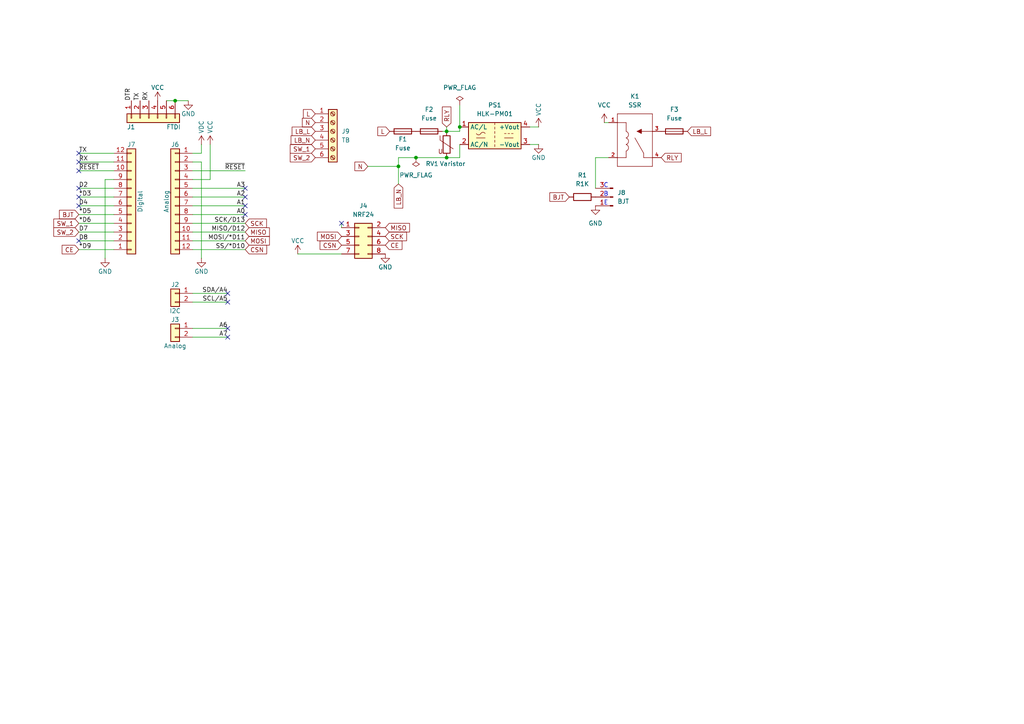
<source format=kicad_sch>
(kicad_sch (version 20250114) (generator "eeschema") (generator_version "9.0")
  (paper "A4")
  (title_block (date "sam. 04 avril 2015"))
  (lib_symbols
    (symbol "Connector:Conn_01x03_Pin" (pin_names (offset 1.016) (hide yes))
      (property "Reference" "J" (at 0 5.08 0))
      (property "Value" "Conn_01x03_Pin" (at 0 -5.08 0))
      (symbol "Conn_01x03_Pin_1_1"
        (rectangle (start 0.8636 2.667) (end 0 2.413) (stroke (width 0.1524)) (fill (type outline)))
        (rectangle (start 0.8636 0.127) (end 0 -0.127) (stroke (width 0.1524)) (fill (type outline)))
        (rectangle (start 0.8636 -2.413) (end 0 -2.667) (stroke (width 0.1524)) (fill (type outline)))
        (polyline (pts (xy 1.27 2.54) (xy 0.8636 2.54)) (stroke (width 0.1524)))
        (polyline (pts (xy 1.27 0) (xy 0.8636 0)) (stroke (width 0.1524)))
        (polyline (pts (xy 1.27 -2.54) (xy 0.8636 -2.54)) (stroke (width 0.1524)))
        (pin passive line (at 5.08 2.54 180) (length 3.81) (name "Pin_1") (number "1"))
        (pin passive line (at 5.08 0 180) (length 3.81) (name "Pin_2") (number "2"))
        (pin passive line (at 5.08 -2.54 180) (length 3.81) (name "Pin_3") (number "3"))
      )
    )
    (symbol "Connector:Screw_Terminal_01x06" (pin_names (offset 1.016) (hide yes))
      (property "Reference" "J" (at 0 7.62 0))
      (property "Value" "Screw_Terminal_01x06" (at 0 -10.16 0))
      (symbol "Screw_Terminal_01x06_1_1"
        (rectangle (start -1.27 6.35) (end 1.27 -8.89) (stroke (width 0.254)) (fill (type background)))
        (polyline (pts (xy -0.5334 5.4102) (xy 0.3302 4.572)) (stroke (width 0.1524)))
        (polyline (pts (xy -0.5334 2.8702) (xy 0.3302 2.032)) (stroke (width 0.1524)))
        (polyline (pts (xy -0.5334 0.3302) (xy 0.3302 -0.508)) (stroke (width 0.1524)))
        (polyline (pts (xy -0.5334 -2.2098) (xy 0.3302 -3.048)) (stroke (width 0.1524)))
        (polyline (pts (xy -0.5334 -4.7498) (xy 0.3302 -5.588)) (stroke (width 0.1524)))
        (polyline (pts (xy -0.5334 -7.2898) (xy 0.3302 -8.128)) (stroke (width 0.1524)))
        (polyline (pts (xy -0.3556 5.588) (xy 0.508 4.7498)) (stroke (width 0.1524)))
        (polyline (pts (xy -0.3556 3.048) (xy 0.508 2.2098)) (stroke (width 0.1524)))
        (polyline (pts (xy -0.3556 0.508) (xy 0.508 -0.3302)) (stroke (width 0.1524)))
        (polyline (pts (xy -0.3556 -2.032) (xy 0.508 -2.8702)) (stroke (width 0.1524)))
        (polyline (pts (xy -0.3556 -4.572) (xy 0.508 -5.4102)) (stroke (width 0.1524)))
        (polyline (pts (xy -0.3556 -7.112) (xy 0.508 -7.9502)) (stroke (width 0.1524)))
        (circle (center 0 5.08) (radius 0.635) (stroke (width 0.1524)))
        (circle (center 0 2.54) (radius 0.635) (stroke (width 0.1524)))
        (circle (center 0 0) (radius 0.635) (stroke (width 0.1524)))
        (circle (center 0 -2.54) (radius 0.635) (stroke (width 0.1524)))
        (circle (center 0 -5.08) (radius 0.635) (stroke (width 0.1524)))
        (circle (center 0 -7.62) (radius 0.635) (stroke (width 0.1524)))
        (pin passive line (at -5.08 5.08 0) (length 3.81) (name "Pin_1") (number "1"))
        (pin passive line (at -5.08 2.54 0) (length 3.81) (name "Pin_2") (number "2"))
        (pin passive line (at -5.08 0 0) (length 3.81) (name "Pin_3") (number "3"))
        (pin passive line (at -5.08 -2.54 0) (length 3.81) (name "Pin_4") (number "4"))
        (pin passive line (at -5.08 -5.08 0) (length 3.81) (name "Pin_5") (number "5"))
        (pin passive line (at -5.08 -7.62 0) (length 3.81) (name "Pin_6") (number "6"))
      )
    )
    (symbol "Connector_Generic:Conn_01x02" (pin_names (offset 1.016) (hide yes))
      (property "Reference" "J" (at 0 2.54 0))
      (property "Value" "Conn_01x02" (at 0 -5.08 0))
      (symbol "Conn_01x02_1_1"
        (rectangle (start -1.27 1.27) (end 1.27 -3.81) (stroke (width 0.254)) (fill (type background)))
        (rectangle (start -1.27 0.127) (end 0 -0.127) (stroke (width 0.1524)))
        (rectangle (start -1.27 -2.413) (end 0 -2.667) (stroke (width 0.1524)))
        (pin passive line (at -5.08 0 0) (length 3.81) (name "Pin_1") (number "1"))
        (pin passive line (at -5.08 -2.54 0) (length 3.81) (name "Pin_2") (number "2"))
      )
    )
    (symbol "Connector_Generic:Conn_01x06" (pin_names (offset 1.016) (hide yes))
      (property "Reference" "J" (at 0 7.62 0))
      (property "Value" "Conn_01x06" (at 0 -10.16 0))
      (symbol "Conn_01x06_1_1"
        (rectangle (start -1.27 6.35) (end 1.27 -8.89) (stroke (width 0.254)) (fill (type background)))
        (rectangle (start -1.27 5.207) (end 0 4.953) (stroke (width 0.1524)))
        (rectangle (start -1.27 2.667) (end 0 2.413) (stroke (width 0.1524)))
        (rectangle (start -1.27 0.127) (end 0 -0.127) (stroke (width 0.1524)))
        (rectangle (start -1.27 -2.413) (end 0 -2.667) (stroke (width 0.1524)))
        (rectangle (start -1.27 -4.953) (end 0 -5.207) (stroke (width 0.1524)))
        (rectangle (start -1.27 -7.493) (end 0 -7.747) (stroke (width 0.1524)))
        (pin passive line (at -5.08 5.08 0) (length 3.81) (name "Pin_1") (number "1"))
        (pin passive line (at -5.08 2.54 0) (length 3.81) (name "Pin_2") (number "2"))
        (pin passive line (at -5.08 0 0) (length 3.81) (name "Pin_3") (number "3"))
        (pin passive line (at -5.08 -2.54 0) (length 3.81) (name "Pin_4") (number "4"))
        (pin passive line (at -5.08 -5.08 0) (length 3.81) (name "Pin_5") (number "5"))
        (pin passive line (at -5.08 -7.62 0) (length 3.81) (name "Pin_6") (number "6"))
      )
    )
    (symbol "Connector_Generic:Conn_01x12" (pin_names (offset 1.016) (hide yes))
      (property "Reference" "J" (at 0 15.24 0))
      (property "Value" "Conn_01x12" (at 0 -17.78 0))
      (symbol "Conn_01x12_1_1"
        (rectangle (start -1.27 13.97) (end 1.27 -16.51) (stroke (width 0.254)) (fill (type background)))
        (rectangle (start -1.27 12.827) (end 0 12.573) (stroke (width 0.1524)))
        (rectangle (start -1.27 10.287) (end 0 10.033) (stroke (width 0.1524)))
        (rectangle (start -1.27 7.747) (end 0 7.493) (stroke (width 0.1524)))
        (rectangle (start -1.27 5.207) (end 0 4.953) (stroke (width 0.1524)))
        (rectangle (start -1.27 2.667) (end 0 2.413) (stroke (width 0.1524)))
        (rectangle (start -1.27 0.127) (end 0 -0.127) (stroke (width 0.1524)))
        (rectangle (start -1.27 -2.413) (end 0 -2.667) (stroke (width 0.1524)))
        (rectangle (start -1.27 -4.953) (end 0 -5.207) (stroke (width 0.1524)))
        (rectangle (start -1.27 -7.493) (end 0 -7.747) (stroke (width 0.1524)))
        (rectangle (start -1.27 -10.033) (end 0 -10.287) (stroke (width 0.1524)))
        (rectangle (start -1.27 -12.573) (end 0 -12.827) (stroke (width 0.1524)))
        (rectangle (start -1.27 -15.113) (end 0 -15.367) (stroke (width 0.1524)))
        (pin passive line (at -5.08 12.7 0) (length 3.81) (name "Pin_1") (number "1"))
        (pin passive line (at -5.08 10.16 0) (length 3.81) (name "Pin_2") (number "2"))
        (pin passive line (at -5.08 7.62 0) (length 3.81) (name "Pin_3") (number "3"))
        (pin passive line (at -5.08 5.08 0) (length 3.81) (name "Pin_4") (number "4"))
        (pin passive line (at -5.08 2.54 0) (length 3.81) (name "Pin_5") (number "5"))
        (pin passive line (at -5.08 0 0) (length 3.81) (name "Pin_6") (number "6"))
        (pin passive line (at -5.08 -2.54 0) (length 3.81) (name "Pin_7") (number "7"))
        (pin passive line (at -5.08 -5.08 0) (length 3.81) (name "Pin_8") (number "8"))
        (pin passive line (at -5.08 -7.62 0) (length 3.81) (name "Pin_9") (number "9"))
        (pin passive line (at -5.08 -10.16 0) (length 3.81) (name "Pin_10") (number "10"))
        (pin passive line (at -5.08 -12.7 0) (length 3.81) (name "Pin_11") (number "11"))
        (pin passive line (at -5.08 -15.24 0) (length 3.81) (name "Pin_12") (number "12"))
      )
    )
    (symbol "Connector_Generic:Conn_02x04_Odd_Even" (pin_names (offset 1.016) (hide yes))
      (property "Reference" "J" (at 1.27 5.08 0))
      (property "Value" "Conn_02x04_Odd_Even" (at 1.27 -7.62 0))
      (symbol "Conn_02x04_Odd_Even_1_1"
        (rectangle (start -1.27 3.81) (end 3.81 -6.35) (stroke (width 0.254)) (fill (type background)))
        (rectangle (start -1.27 2.667) (end 0 2.413) (stroke (width 0.1524)))
        (rectangle (start -1.27 0.127) (end 0 -0.127) (stroke (width 0.1524)))
        (rectangle (start -1.27 -2.413) (end 0 -2.667) (stroke (width 0.1524)))
        (rectangle (start -1.27 -4.953) (end 0 -5.207) (stroke (width 0.1524)))
        (rectangle (start 3.81 2.667) (end 2.54 2.413) (stroke (width 0.1524)))
        (rectangle (start 3.81 0.127) (end 2.54 -0.127) (stroke (width 0.1524)))
        (rectangle (start 3.81 -2.413) (end 2.54 -2.667) (stroke (width 0.1524)))
        (rectangle (start 3.81 -4.953) (end 2.54 -5.207) (stroke (width 0.1524)))
        (pin passive line (at -5.08 2.54 0) (length 3.81) (name "Pin_1") (number "1"))
        (pin passive line (at -5.08 0 0) (length 3.81) (name "Pin_3") (number "3"))
        (pin passive line (at -5.08 -2.54 0) (length 3.81) (name "Pin_5") (number "5"))
        (pin passive line (at -5.08 -5.08 0) (length 3.81) (name "Pin_7") (number "7"))
        (pin passive line (at 7.62 2.54 180) (length 3.81) (name "Pin_2") (number "2"))
        (pin passive line (at 7.62 0 180) (length 3.81) (name "Pin_4") (number "4"))
        (pin passive line (at 7.62 -2.54 180) (length 3.81) (name "Pin_6") (number "6"))
        (pin passive line (at 7.62 -5.08 180) (length 3.81) (name "Pin_8") (number "8"))
      )
    )
    (symbol "Converter_ACDC:HLK-PM01"
      (property "Reference" "PS" (at 0 5.08 0))
      (property "Value" "HLK-PM01" (at 0 -5.08 0))
      (symbol "HLK-PM01_0_1"
        (rectangle (start -7.62 3.81) (end 7.62 -3.81) (stroke (width 0.254)) (fill (type background)))
        (polyline (pts (xy -5.334 -0.635) (xy -2.794 -0.635)))
        (arc (start -4.064 0.635) (mid -4.699 0.2495) (end -5.334 0.635))
        (arc (start -4.064 0.635) (mid -3.429 1.0072) (end -2.794 0.635))
        (polyline (pts (xy 0 3.81) (xy 0 3.175)))
        (polyline (pts (xy 0 2.54) (xy 0 1.905)))
        (polyline (pts (xy 0 1.27) (xy 0 0.635)))
        (polyline (pts (xy 0 0) (xy 0 -0.635)))
        (polyline (pts (xy 0 -1.27) (xy 0 -1.905)))
        (polyline (pts (xy 0 -2.54) (xy 0 -3.175)))
        (polyline (pts (xy 2.794 0.635) (xy 3.302 0.635)))
        (polyline (pts (xy 2.794 -0.635) (xy 5.334 -0.635)))
        (polyline (pts (xy 3.81 0.635) (xy 4.318 0.635)))
        (polyline (pts (xy 4.826 0.635) (xy 5.334 0.635)))
      )
      (symbol "HLK-PM01_1_1"
        (pin power_in line (at -10.16 2.54 0) (length 2.54) (name "AC/L") (number "1"))
        (pin power_in line (at -10.16 -2.54 0) (length 2.54) (name "AC/N") (number "2"))
        (pin power_out line (at 10.16 2.54 180) (length 2.54) (name "+Vout") (number "4"))
        (pin power_out line (at 10.16 -2.54 180) (length 2.54) (name "-Vout") (number "3"))
      )
    )
    (symbol "Device:Fuse" (pin_numbers (hide yes)) (pin_names (offset 0))
      (property "Reference" "F" (at 2.032 0 90))
      (property "Value" "Fuse" (at -1.905 0 90))
      (symbol "Fuse_0_1"
        (rectangle (start -0.762 -2.54) (end 0.762 2.54) (stroke (width 0.254)))
        (polyline (pts (xy 0 2.54) (xy 0 -2.54)))
      )
      (symbol "Fuse_1_1"
        (pin passive line (at 0 3.81 270) (length 1.27) (name "~") (number "1"))
        (pin passive line (at 0 -3.81 90) (length 1.27) (name "~") (number "2"))
      )
    )
    (symbol "Device:R" (pin_numbers (hide yes)) (pin_names (offset 0))
      (property "Reference" "R" (at 2.032 0 90))
      (property "Value" "R" (at 0 0 90))
      (symbol "R_0_1"
        (rectangle (start -1.016 -2.54) (end 1.016 2.54) (stroke (width 0.254)))
      )
      (symbol "R_1_1"
        (pin passive line (at 0 3.81 270) (length 1.27) (name "~") (number "1"))
        (pin passive line (at 0 -3.81 90) (length 1.27) (name "~") (number "2"))
      )
    )
    (symbol "Device:Varistor" (pin_numbers (hide yes)) (pin_names (offset 0))
      (property "Reference" "RV" (at 3.175 0 90))
      (property "Value" "Varistor" (at -3.175 0 90))
      (symbol "Varistor_0_0"
        (text "U" (at -1.778 -2.032 0) (effects (font (size 1.27 1.27))))
      )
      (symbol "Varistor_0_1"
        (polyline (pts (xy -1.905 2.54) (xy -1.905 1.27) (xy 1.905 -1.27)))
        (rectangle (start -1.016 -2.54) (end 1.016 2.54) (stroke (width 0.254)))
      )
      (symbol "Varistor_1_1"
        (pin passive line (at 0 3.81 270) (length 1.27) (name "~") (number "1"))
        (pin passive line (at 0 -3.81 90) (length 1.27) (name "~") (number "2"))
      )
    )
    (symbol "OJE-SS-112LMH_000:OJE-SS-112LMH_000" (pin_names (offset 1.016))
      (property "Reference" "K" (at -5.0813 7.622 0))
      (property "Value" "OJE-SS-112LMH_000" (at -5.0845 -10.169 0))
      (symbol "OJE-SS-112LMH_000_0_0"
        (polyline (pts (xy -5.08 7.62) (xy -5.08 -7.62)) (stroke (width 0.1524)))
        (polyline (pts (xy -5.08 5.08) (xy -2.54 5.08)) (stroke (width 0.1524)))
        (polyline (pts (xy -5.08 -5.08) (xy -2.54 -5.08)) (stroke (width 0.1524)))
        (polyline (pts (xy -5.08 -7.62) (xy 5.08 -7.62)) (stroke (width 0.1524)))
        (arc (start -2.54 2.54) (mid -1.8535 1.5875) (end -2.54 0.635) (stroke (width 0.1524)))
        (arc (start -2.54 0.635) (mid -1.8535 -0.3175) (end -2.54 -1.27) (stroke (width 0.1524)))
        (arc (start -2.54 -1.27) (mid -1.8535 -2.2225) (end -2.54 -3.175) (stroke (width 0.1524)))
        (polyline (pts (xy -2.54 5.08) (xy -2.54 2.54)) (stroke (width 0.1524)))
        (polyline (pts (xy -2.54 -5.08) (xy -2.54 -3.175)) (stroke (width 0.1524)))
        (polyline (pts (xy 0.635 2.54) (xy 5.08 2.54)) (stroke (width 0.1524)))
        (polyline (pts (xy 0.635 2.54) (xy 1.905 1.905) (xy 1.905 3.175) (xy 0.635 2.54)) (stroke (width 0.1524)) (fill (type outline)))
        (polyline (pts (xy 2.54 -3.81) (xy 0 0.635)) (stroke (width 0.1524)))
        (polyline (pts (xy 2.54 -5.08) (xy 2.54 -3.81)) (stroke (width 0.1524)))
        (polyline (pts (xy 2.54 -5.08) (xy 5.08 -5.08)) (stroke (width 0.1524)))
        (polyline (pts (xy 5.08 7.62) (xy -5.08 7.62)) (stroke (width 0.1524)))
        (polyline (pts (xy 5.08 7.62) (xy 5.08 2.54)) (stroke (width 0.1524)))
        (polyline (pts (xy 5.08 2.54) (xy 5.08 -7.62)) (stroke (width 0.1524)))
        (pin passive line (at -7.62 5.08 0) (length 2.54) (name "~") (number "1"))
        (pin passive line (at -7.62 -5.08 0) (length 2.54) (name "~") (number "2"))
        (pin passive line (at 7.62 2.54 180) (length 2.54) (name "~") (number "3"))
        (pin passive line (at 7.62 -5.08 180) (length 2.54) (name "~") (number "4"))
      )
    )
    (symbol "power:GND" (power) (pin_numbers (hide yes)) (pin_names (offset 0) (hide yes))
      (property "Value" "GND" (at 0 -3.81 0))
      (symbol "GND_0_1"
        (polyline (pts (xy 0 0) (xy 0 -1.27) (xy 1.27 -1.27) (xy 0 -2.54) (xy -1.27 -1.27) (xy 0 -1.27)))
      )
      (symbol "GND_1_1"
        (pin power_in line (at 0 0 270) (length 0) (name "~") (number "1"))
      )
    )
    (symbol "power:PWR_FLAG" (power) (pin_numbers (hide yes)) (pin_names (offset 0) (hide yes))
      (property "Value" "PWR_FLAG" (at 0 3.81 0))
      (symbol "PWR_FLAG_0_0"
        (pin power_out line (at 0 0 90) (length 0) (name "~") (number "1"))
      )
      (symbol "PWR_FLAG_0_1"
        (polyline (pts (xy 0 0) (xy 0 1.27) (xy -1.016 1.905) (xy 0 2.54) (xy 1.016 1.905) (xy 0 1.27)))
      )
    )
    (symbol "power:VCC" (power) (pin_numbers (hide yes)) (pin_names (offset 0) (hide yes))
      (property "Value" "VCC" (at 0 3.556 0))
      (symbol "VCC_0_1"
        (polyline (pts (xy -0.762 1.27) (xy 0 2.54)))
        (polyline (pts (xy 0 2.54) (xy 0.762 1.27)))
        (polyline (pts (xy 0 0) (xy 0 2.54)))
      )
      (symbol "VCC_1_1"
        (pin power_in line (at 0 0 90) (length 0) (name "~") (number "1"))
      )
    )
    (symbol "power:VDC" (power) (pin_numbers (hide yes)) (pin_names (offset 0) (hide yes))
      (property "Value" "VDC" (at 0 3.556 0))
      (symbol "VDC_0_1"
        (polyline (pts (xy -0.762 1.27) (xy 0 2.54)))
        (polyline (pts (xy 0 2.54) (xy 0.762 1.27)))
        (polyline (pts (xy 0 0) (xy 0 2.54)))
      )
      (symbol "VDC_1_1"
        (pin power_in line (at 0 0 90) (length 0) (name "~") (number "1"))
      )
    )
  )
  (text "B" (at 175.768 56.388 0) (effects (font (size 1.27 1.27))))
  (text "E" (at 175.768 58.928 0) (effects (font (size 1.27 1.27))))
  (text "C" (at 175.768 53.848 0) (effects (font (size 1.27 1.27))))
  (junction (at 115.57 48.26))
  (junction (at 129.54 45.72))
  (junction (at 129.54 38.1))
  (junction (at 120.65 45.72))
  (junction (at 50.8 29.21))
  (junction (at 133.35 36.83))
  (no_connect (at 22.86 54.61))
  (no_connect (at 22.86 44.45))
  (no_connect (at 71.12 57.15))
  (no_connect (at 71.12 62.23))
  (no_connect (at 22.86 57.15))
  (no_connect (at 71.12 54.61))
  (no_connect (at 22.86 46.99))
  (no_connect (at 99.06 64.77))
  (no_connect (at 71.12 59.69))
  (no_connect (at 66.04 85.09))
  (no_connect (at 22.86 49.53))
  (no_connect (at 66.04 97.79))
  (no_connect (at 22.86 59.69))
  (no_connect (at 66.04 87.63))
  (no_connect (at 66.04 95.25))
  (no_connect (at 22.86 69.85))
  (wire (pts (xy 55.88 44.45) (xy 58.42 44.45)))
  (wire (pts (xy 58.42 41.91) (xy 58.42 44.45)))
  (wire (pts (xy 22.86 69.85) (xy 33.02 69.85)))
  (wire (pts (xy 30.48 52.07) (xy 30.48 74.93)))
  (wire (pts (xy 55.88 59.69) (xy 71.12 59.69)))
  (wire (pts (xy 133.35 38.1) (xy 133.35 36.83)))
  (wire (pts (xy 55.88 97.79) (xy 66.04 97.79)))
  (wire (pts (xy 55.88 72.39) (xy 71.12 72.39)))
  (wire (pts (xy 86.36 73.66) (xy 99.06 73.66)))
  (wire (pts (xy 55.88 69.85) (xy 71.12 69.85)))
  (wire (pts (xy 58.42 46.99) (xy 58.42 74.93)))
  (wire (pts (xy 99.06 64.77) (xy 99.06 66.04)))
  (wire (pts (xy 55.88 54.61) (xy 71.12 54.61)))
  (wire (pts (xy 55.88 57.15) (xy 71.12 57.15)))
  (wire (pts (xy 60.96 41.91) (xy 60.96 52.07)))
  (wire (pts (xy 129.54 45.72) (xy 133.35 45.72)))
  (wire (pts (xy 54.61 29.21) (xy 50.8 29.21)))
  (wire (pts (xy 22.86 46.99) (xy 33.02 46.99)))
  (wire (pts (xy 55.88 52.07) (xy 60.96 52.07)))
  (wire (pts (xy 22.86 57.15) (xy 33.02 57.15)))
  (wire (pts (xy 22.86 44.45) (xy 33.02 44.45)))
  (wire (pts (xy 30.48 52.07) (xy 33.02 52.07)))
  (wire (pts (xy 55.88 85.09) (xy 66.04 85.09)))
  (wire (pts (xy 55.88 62.23) (xy 71.12 62.23)))
  (wire (pts (xy 175.26 35.56) (xy 176.53 35.56)))
  (wire (pts (xy 55.88 67.31) (xy 71.12 67.31)))
  (wire (pts (xy 172.72 45.72) (xy 176.53 45.72)))
  (wire (pts (xy 22.86 54.61) (xy 33.02 54.61)))
  (wire (pts (xy 22.86 72.39) (xy 33.02 72.39)))
  (wire (pts (xy 120.65 45.72) (xy 129.54 45.72)))
  (wire (pts (xy 129.54 38.1) (xy 133.35 38.1)))
  (wire (pts (xy 133.35 45.72) (xy 133.35 41.91)))
  (wire (pts (xy 133.35 30.48) (xy 133.35 36.83)))
  (wire (pts (xy 156.21 36.83) (xy 153.67 36.83)))
  (wire (pts (xy 22.86 59.69) (xy 33.02 59.69)))
  (wire (pts (xy 115.57 53.34) (xy 115.57 48.26)))
  (wire (pts (xy 55.88 49.53) (xy 71.12 49.53)))
  (wire (pts (xy 22.86 64.77) (xy 33.02 64.77)))
  (wire (pts (xy 172.72 54.61) (xy 172.72 45.72)))
  (wire (pts (xy 115.57 48.26) (xy 115.57 45.72)))
  (wire (pts (xy 115.57 45.72) (xy 120.65 45.72)))
  (wire (pts (xy 22.86 62.23) (xy 33.02 62.23)))
  (wire (pts (xy 128.27 38.1) (xy 129.54 38.1)))
  (wire (pts (xy 55.88 95.25) (xy 66.04 95.25)))
  (wire (pts (xy 22.86 67.31) (xy 33.02 67.31)))
  (wire (pts (xy 55.88 87.63) (xy 66.04 87.63)))
  (wire (pts (xy 48.26 29.21) (xy 50.8 29.21)))
  (wire (pts (xy 129.54 36.83) (xy 129.54 38.1)))
  (wire (pts (xy 106.68 48.26) (xy 115.57 48.26)))
  (wire (pts (xy 55.88 64.77) (xy 71.12 64.77)))
  (wire (pts (xy 55.88 46.99) (xy 58.42 46.99)))
  (wire (pts (xy 22.86 49.53) (xy 33.02 49.53)))
  (wire (pts (xy 156.21 41.91) (xy 153.67 41.91)))
  (label "D4" (at 22.86 59.69 0))
  (label "MISO{slash}D12" (at 71.12 67.31 180))
  (label "TX" (at 22.86 44.45 0))
  (label "A2" (at 71.12 57.15 180))
  (label "A0" (at 71.12 62.23 180))
  (label "MOSI{slash}*D11" (at 71.12 69.85 180))
  (label "SDA{slash}A4" (at 66.04 85.09 180))
  (label "*D3" (at 22.86 57.15 0))
  (label "D2" (at 22.86 54.61 0))
  (label "*D5" (at 22.86 62.23 0))
  (label "*D6" (at 22.86 64.77 0))
  (label "D8" (at 22.86 69.85 0))
  (label "*D9" (at 22.86 72.39 0))
  (label "~{RESET}" (at 71.12 49.53 180))
  (label "A1" (at 71.12 59.69 180))
  (label "RX" (at 22.86 46.99 0))
  (label "A6" (at 66.04 95.25 180))
  (label "RX" (at 43.18 29.21 90))
  (label "TX" (at 40.64 29.21 90))
  (label "DTR" (at 38.1 29.21 90))
  (label "D7" (at 22.86 67.31 0))
  (label "A3" (at 71.12 54.61 180))
  (label "~{RESET}" (at 22.86 49.53 0))
  (label "SCL{slash}A5" (at 66.04 87.63 180))
  (label "SS{slash}*D10" (at 71.12 72.39 180))
  (label "SCK{slash}D13" (at 71.12 64.77 180))
  (label "A7" (at 66.04 97.79 180))
  (global_label "LB_N" (shape input) (at 115.57 53.34 270) (property "Intersheetrefs" "${INTERSHEET_REFS}" (effects (hide yes))))
  (global_label "SW_2" (shape input) (at 22.86 67.31 180) (property "Intersheetrefs" "${INTERSHEET_REFS}" (effects (hide yes))))
  (global_label "RLY" (shape input) (at 191.77 45.72 0) (property "Intersheetrefs" "${INTERSHEET_REFS}" (effects (hide yes))))
  (global_label "CSN" (shape input) (at 71.12 72.39 0) (property "Intersheetrefs" "${INTERSHEET_REFS}" (effects (hide yes))))
  (global_label "RLY" (shape input) (at 129.54 36.83 90) (property "Intersheetrefs" "${INTERSHEET_REFS}" (effects (hide yes))))
  (global_label "N" (shape input) (at 106.68 48.26 180) (property "Intersheetrefs" "${INTERSHEET_REFS}" (effects (hide yes))))
  (global_label "L" (shape input) (at 91.44 33.02 180) (property "Intersheetrefs" "${INTERSHEET_REFS}" (effects (hide yes))))
  (global_label "LB_N" (shape input) (at 91.44 40.64 180) (property "Intersheetrefs" "${INTERSHEET_REFS}" (effects (hide yes))))
  (global_label "MISO" (shape input) (at 111.76 66.04 0) (property "Intersheetrefs" "${INTERSHEET_REFS}" (effects (hide yes))))
  (global_label "L" (shape input) (at 113.03 38.1 180) (property "Intersheetrefs" "${INTERSHEET_REFS}" (effects (hide yes))))
  (global_label "SW_2" (shape input) (at 91.44 45.72 180) (property "Intersheetrefs" "${INTERSHEET_REFS}" (effects (hide yes))))
  (global_label "SW_1" (shape input) (at 91.44 43.18 180) (property "Intersheetrefs" "${INTERSHEET_REFS}" (effects (hide yes))))
  (global_label "CSN" (shape input) (at 99.06 71.12 180) (property "Intersheetrefs" "${INTERSHEET_REFS}" (effects (hide yes))))
  (global_label "CE" (shape input) (at 22.86 72.39 180) (property "Intersheetrefs" "${INTERSHEET_REFS}" (effects (hide yes))))
  (global_label "LB_L" (shape input) (at 91.44 38.1 180) (property "Intersheetrefs" "${INTERSHEET_REFS}" (effects (hide yes))))
  (global_label "LB_L" (shape input) (at 199.39 38.1 0) (property "Intersheetrefs" "${INTERSHEET_REFS}" (effects (hide yes))))
  (global_label "MOSI" (shape input) (at 71.12 69.85 0) (property "Intersheetrefs" "${INTERSHEET_REFS}" (effects (hide yes))))
  (global_label "BJT" (shape input) (at 165.1 57.15 180) (property "Intersheetrefs" "${INTERSHEET_REFS}" (effects (hide yes))))
  (global_label "MISO" (shape input) (at 71.12 67.31 0) (property "Intersheetrefs" "${INTERSHEET_REFS}" (effects (hide yes))))
  (global_label "MOSI" (shape input) (at 99.06 68.58 180) (property "Intersheetrefs" "${INTERSHEET_REFS}" (effects (hide yes))))
  (global_label "SW_1" (shape input) (at 22.86 64.77 180) (property "Intersheetrefs" "${INTERSHEET_REFS}" (effects (hide yes))))
  (global_label "N" (shape input) (at 91.44 35.56 180) (property "Intersheetrefs" "${INTERSHEET_REFS}" (effects (hide yes))))
  (global_label "CE" (shape input) (at 111.76 71.12 0) (property "Intersheetrefs" "${INTERSHEET_REFS}" (effects (hide yes))))
  (global_label "SCK" (shape input) (at 111.76 68.58 0) (property "Intersheetrefs" "${INTERSHEET_REFS}" (effects (hide yes))))
  (global_label "BJT" (shape input) (at 22.86 62.23 180) (property "Intersheetrefs" "${INTERSHEET_REFS}" (effects (hide yes))))
  (global_label "SCK" (shape input) (at 71.12 64.77 0) (property "Intersheetrefs" "${INTERSHEET_REFS}" (effects (hide yes))))
  (symbol (lib_id "Connector_Generic:Conn_01x12") (at 38.1 59.69 0) (mirror x) (unit 1)
    (property "Reference" "J7" (at 38.1 41.91 0))
    (property "Value" "Digital" (at 40.64 58.42 90))
    (property "Footprint" "Connector_PinHeader_2.54mm:PinHeader_1x12_P2.54mm_Vertical" (effects (hide yes)))
    (property "Description" "Generic connector, single row, 01x12, script generated (kicad-library-utils/schlib/autogen/connector/)" (effects (hide yes)))
  )
  (symbol (lib_id "Connector_Generic:Conn_01x12") (at 50.8 57.15 0) (mirror y) (unit 1)
    (property "Reference" "J6" (at 50.8 41.91 0))
    (property "Value" "Analog" (at 48.26 58.42 90))
    (property "Footprint" "Connector_PinHeader_2.54mm:PinHeader_1x12_P2.54mm_Vertical" (effects (hide yes)))
    (property "Description" "Generic connector, single row, 01x12, script generated (kicad-library-utils/schlib/autogen/connector/)" (effects (hide yes)))
  )
  (symbol (lib_id "Device:R") (at 168.91 57.15 90) (unit 1)
    (property "Reference" "R1" (at 168.91 50.8 90))
    (property "Value" "R1K" (at 168.91 53.34 90))
    (property "Footprint" "Resistor_SMD:R_1206_3216Metric_Pad1.30x1.75mm_HandSolder" (effects (hide yes)))
    (property "Description" "Resistor" (effects (hide yes)))
  )
  (symbol (lib_id "power:VCC") (at 45.72 29.21 0) (unit 1)
    (property "Reference" "#PWR0101" (effects (hide yes)))
    (property "Value" "VCC" (at 45.72 25.4 0))
    (property "Description" "Power symbol creates a global label with name \"VCC\"" (effects (hide yes)))
  )
  (symbol (lib_id "Device:Fuse") (at 124.46 38.1 270) (unit 1)
    (property "Reference" "F2" (at 124.46 31.75 90))
    (property "Value" "Fuse" (at 124.46 34.29 90))
    (property "Footprint" "Resistor_THT:R_Axial_DIN0414_L11.9mm_D4.5mm_P15.24mm_Horizontal" (effects (hide yes)))
    (property "Description" "Fuse" (effects (hide yes)))
  )
  (symbol (lib_id "power:VCC") (at 175.26 35.56 0) (unit 1)
    (property "Reference" "#PWR04" (effects (hide yes)))
    (property "Value" "VCC" (at 175.26 30.48 0))
    (property "Description" "Power symbol creates a global label with name \"VCC\"" (effects (hide yes)))
  )
  (symbol (lib_id "power:GND") (at 156.21 41.91 0) (unit 1)
    (property "Reference" "#PWR01" (effects (hide yes)))
    (property "Value" "GND" (at 156.21 45.72 0))
    (property "Description" "Power symbol creates a global label with name \"GND\" , ground" (effects (hide yes)))
  )
  (symbol (lib_id "power:GND") (at 58.42 74.93 0) (unit 1)
    (property "Reference" "#PWR0106" (effects (hide yes)))
    (property "Value" "GND" (at 58.42 78.74 0))
    (property "Description" "Power symbol creates a global label with name \"GND\" , ground" (effects (hide yes)))
  )
  (symbol (lib_id "Connector:Screw_Terminal_01x06") (at 96.52 38.1 0) (unit 1)
    (property "Reference" "J9" (at 99.06 38.0999 0) (effects (justify left)))
    (property "Value" "TB" (at 99.06 40.6399 0) (effects (justify left)))
    (property "Footprint" "TerminalBlock:TerminalBlock_MaiXu_MX126-5.0-06P_1x06_P5.00mm" (effects (hide yes)))
    (property "Description" "Generic screw terminal, single row, 01x06, script generated (kicad-library-utils/schlib/autogen/connector/)" (effects (hide yes)))
  )
  (symbol (lib_id "Connector_Generic:Conn_01x02") (at 50.8 95.25 0) (mirror y) (unit 1)
    (property "Reference" "J3" (at 50.8 92.71 0))
    (property "Value" "Analog" (at 50.8 100.33 0))
    (property "Footprint" "Connector_PinHeader_2.54mm:PinHeader_1x02_P2.54mm_Vertical" (effects (hide yes)))
    (property "Description" "Generic connector, single row, 01x02, script generated (kicad-library-utils/schlib/autogen/connector/)" (effects (hide yes)))
  )
  (symbol (lib_id "Device:Fuse") (at 195.58 38.1 90) (unit 1)
    (property "Reference" "F3" (at 195.58 31.75 90))
    (property "Value" "Fuse" (at 195.58 34.29 90))
    (property "Footprint" "Fuse:Fuseholder_Cylinder-5x20mm_Schurter_0031_8201_Horizontal_Open" (effects (hide yes)))
    (property "Description" "Fuse" (effects (hide yes)))
  )
  (symbol (lib_id "power:PWR_FLAG") (at 120.65 45.72 180) (unit 1)
    (property "Reference" "#FLG02" (effects (hide yes)))
    (property "Value" "PWR_FLAG" (at 120.65 50.8 0))
    (property "Description" "Special symbol for telling ERC where power comes from" (effects (hide yes)))
  )
  (symbol (lib_id "power:GND") (at 30.48 74.93 0) (unit 1)
    (property "Reference" "#PWR0105" (effects (hide yes)))
    (property "Value" "GND" (at 30.48 78.74 0))
    (property "Description" "Power symbol creates a global label with name \"GND\" , ground" (effects (hide yes)))
  )
  (symbol (lib_id "power:PWR_FLAG") (at 133.35 30.48 0) (unit 1)
    (property "Reference" "#FLG01" (effects (hide yes)))
    (property "Value" "PWR_FLAG" (at 133.35 25.4 0))
    (property "Description" "Special symbol for telling ERC where power comes from" (effects (hide yes)))
  )
  (symbol (lib_id "Device:Fuse") (at 116.84 38.1 90) (unit 1)
    (property "Reference" "F1" (at 116.84 40.386 90))
    (property "Value" "Fuse" (at 116.84 42.926 90))
    (property "Footprint" "Fuse:Fuseholder_Cylinder-5x20mm_Schurter_0031_8201_Horizontal_Open" (effects (hide yes)))
    (property "Description" "Fuse" (effects (hide yes)))
  )
  (symbol (lib_id "power:VCC") (at 156.21 36.83 0) (unit 1)
    (property "Reference" "#PWR02" (effects (hide yes)))
    (property "Value" "VCC" (at 156.21 31.75 90))
    (property "Description" "Power symbol creates a global label with name \"VCC\"" (effects (hide yes)))
  )
  (symbol (lib_id "Converter_ACDC:HLK-PM01") (at 143.51 39.37 0) (unit 1)
    (property "Reference" "PS1" (at 143.51 30.48 0))
    (property "Value" "HLK-PM01" (at 143.51 33.02 0))
    (property "Footprint" "Converter_ACDC:Converter_ACDC_Hi-Link_HLK-PMxx" (effects (hide yes)))
    (property "Datasheet" "https://h.hlktech.com/download/ACDC%E7%94%B5%E6%BA%90%E6%A8%A1%E5%9D%973W%E7%B3%BB%E5%88%97/1/%E6%B5%B7%E5%87%8C%E7%A7%913W%E7%B3%BB%E5%88%97%E7%94%B5%E6%BA%90%E6%A8%A1%E5%9D%97%E8%A7%84%E6%A0%BC%E4%B9%A6V2.8.pdf" (effects (hide yes)))
    (property "Description" "Compact AC/DC board mount power module 3W 5V" (effects (hide yes)))
  )
  (symbol (lib_id "power:VDC") (at 58.42 41.91 0) (unit 1)
    (property "Reference" "#PWR0103" (effects (hide yes)))
    (property "Value" "VDC" (at 58.42 36.83 90))
    (property "Description" "Power symbol creates a global label with name \"VDC\"" (effects (hide yes)))
  )
  (symbol (lib_id "Connector_Generic:Conn_01x06") (at 43.18 34.29 90) (mirror x) (unit 1)
    (property "Reference" "J1" (at 36.83 36.83 90) (effects (justify right)))
    (property "Value" "FTDI" (at 48.26 36.83 90) (effects (justify right)))
    (property "Footprint" "Connector_PinHeader_2.54mm:PinHeader_1x06_P2.54mm_Horizontal" (effects (hide yes)))
    (property "Description" "Generic connector, single row, 01x06, script generated (kicad-library-utils/schlib/autogen/connector/)" (effects (hide yes)))
  )
  (symbol (lib_id "Connector:Conn_01x03_Pin") (at 177.8 57.15 180) (unit 1)
    (property "Reference" "J8" (at 179.07 55.8799 0) (effects (justify right)))
    (property "Value" "BJT" (at 179.07 58.4199 0) (effects (justify right)))
    (property "Footprint" "Connector_PinHeader_1.00mm:PinHeader_1x03_P1.00mm_Vertical" (effects (hide yes)))
    (property "Description" "Generic connector, single row, 01x03, script generated" (effects (hide yes)))
  )
  (symbol (lib_id "OJE-SS-112LMH_000:OJE-SS-112LMH_000") (at 184.15 40.64 0) (unit 1)
    (property "Reference" "K1" (at 184.15 27.94 0))
    (property "Value" "SSR" (at 184.15 30.48 0))
    (property "Footprint" "OJE-SS-112LMH_000:TE_5-1419128-0" (effects (hide yes)))
    (property "Comment" "5-1419128-0" (effects (hide yes)))
    (property "MF" "TE Connectivity" (effects (hide yes)))
    (property "Description_1" "General Purpose Relay SPST-NO (1 Form A) 12VDC Coil Through Hole" (effects (hide yes)))
    (property "Package" "None" (effects (hide yes)))
    (property "Price" "None" (effects (hide yes)))
    (property "Check_prices" "https://www.snapeda.com/parts/OJE-SS-112LMH,000/TE+Connectivity+Potter+%2526+Brumfield+Relays/view-part/?ref=eda" (effects (hide yes)))
    (property "PART_REV" "G" (effects (hide yes)))
    (property "STANDARD" "Manufacturer Recommendation" (effects (hide yes)))
    (property "SnapEDA_Link" "https://www.snapeda.com/parts/OJE-SS-112LMH,000/TE+Connectivity+Potter+%2526+Brumfield+Relays/view-part/?ref=snap" (effects (hide yes)))
    (property "MP" "OJE-SS-112LMH,000" (effects (hide yes)))
    (property "Availability" "In Stock" (effects (hide yes)))
    (property "MANUFACTURER" "TE Connectivity" (effects (hide yes)))
  )
  (symbol (lib_id "power:GND") (at 111.76 73.66 0) (unit 1)
    (property "Reference" "#PWR06" (effects (hide yes)))
    (property "Value" "GND" (at 111.76 77.47 0))
    (property "Description" "Power symbol creates a global label with name \"GND\" , ground" (effects (hide yes)))
  )
  (symbol (lib_id "power:VCC") (at 60.96 41.91 0) (unit 1)
    (property "Reference" "#PWR0102" (effects (hide yes)))
    (property "Value" "VCC" (at 60.96 36.83 90))
    (property "Description" "Power symbol creates a global label with name \"VCC\"" (effects (hide yes)))
  )
  (symbol (lib_id "Device:Varistor") (at 129.54 41.91 0) (unit 1)
    (property "Reference" "RV1" (at 123.444 47.498 0) (effects (justify left)))
    (property "Value" "Varistor" (at 127.508 47.498 0) (effects (justify left)))
    (property "Footprint" "Varistor:RV_Disc_D12mm_W6.2mm_P7.5mm" (effects (hide yes)))
    (property "Description" "Voltage dependent resistor" (effects (hide yes)))
    (property "Sim.Name" "kicad_builtin_varistor" (effects (hide yes)))
    (property "Sim.Device" "SUBCKT" (effects (hide yes)))
    (property "Sim.Pins" "1=A 2=B" (effects (hide yes)))
    (property "Sim.Params" "threshold=1k" (effects (hide yes)))
    (property "Sim.Library" "${KICAD9_SYMBOL_DIR}/Simulation_SPICE.sp" (effects (hide yes)))
  )
  (symbol (lib_id "power:GND") (at 172.72 59.69 0) (unit 1)
    (property "Reference" "#PWR03" (effects (hide yes)))
    (property "Value" "GND" (at 172.72 64.77 0))
    (property "Description" "Power symbol creates a global label with name \"GND\" , ground" (effects (hide yes)))
  )
  (symbol (lib_id "power:GND") (at 54.61 29.21 0) (unit 1)
    (property "Reference" "#PWR0104" (effects (hide yes)))
    (property "Value" "GND" (at 54.61 33.02 0))
    (property "Description" "Power symbol creates a global label with name \"GND\" , ground" (effects (hide yes)))
  )
  (symbol (lib_id "power:VCC") (at 86.36 73.66 0) (unit 1)
    (property "Reference" "#PWR05" (effects (hide yes)))
    (property "Value" "VCC" (at 86.36 69.85 0))
    (property "Description" "Power symbol creates a global label with name \"VCC\"" (effects (hide yes)))
  )
  (symbol (lib_id "Connector_Generic:Conn_01x02") (at 50.8 85.09 0) (mirror y) (unit 1)
    (property "Reference" "J2" (at 50.8 82.55 0))
    (property "Value" "I2C" (at 50.8 90.17 0))
    (property "Footprint" "Connector_PinHeader_2.54mm:PinHeader_1x02_P2.54mm_Vertical" (effects (hide yes)))
    (property "Description" "Generic connector, single row, 01x02, script generated (kicad-library-utils/schlib/autogen/connector/)" (effects (hide yes)))
  )
  (symbol (lib_id "Connector_Generic:Conn_02x04_Odd_Even") (at 104.14 68.58 0) (unit 1)
    (property "Reference" "J4" (at 105.41 59.69 0))
    (property "Value" "NRF24" (at 105.41 62.23 0))
    (property "Footprint" "RF_Module:nRF24L01_Breakout" (effects (hide yes)))
    (property "Description" "Generic connector, double row, 02x04, odd/even pin numbering scheme (row 1 odd numbers, row 2 even numbers), script generated (kicad-library-utils/schlib/autogen/connector/)" (effects (hide yes)))
  )
)
</source>
